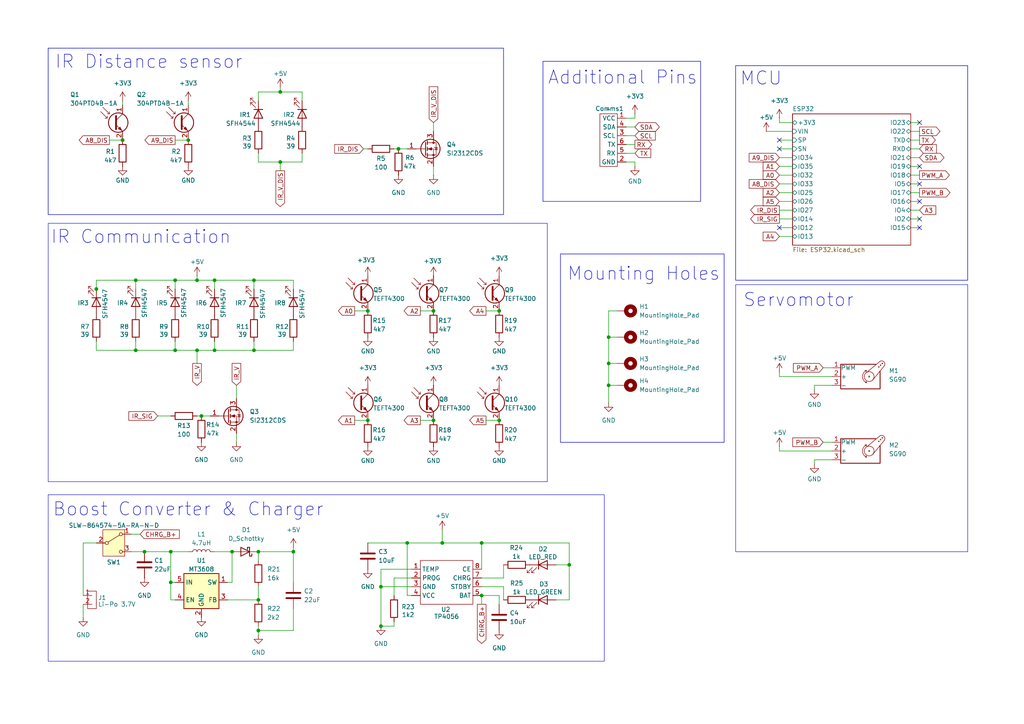
<source format=kicad_sch>
(kicad_sch (version 20231120) (generator "eeschema") (generator_version "8.0")
  (paper "A4")
  (lib_symbols
    (symbol "Device:C" (pin_numbers hide) (pin_names (offset 0.254))
      (property "Reference" "C" (at 0.635 2.54 0))
      (property "Value" "C" (at 0.635 -2.54 0))
      (symbol "C_1_1"
        (pin passive line (at 0 3.81 270) (length 2.794) (name "~") (number "1"))
        (pin passive line (at 0 -3.81 90) (length 2.794) (name "~") (number "2"))
      )
    )
    (symbol "Device:D_Schottky" (pin_numbers hide) (pin_names (offset 1.016) hide)
      (property "Reference" "D" (at 0 2.54 0))
      (property "Value" "D_Schottky" (at 0 -2.54 0))
      (symbol "D_Schottky_1_1"
        (pin passive line (at -3.81 0 0) (length 2.54) (name "K") (number "1"))
        (pin passive line (at 3.81 0 180) (length 2.54) (name "A") (number "2"))
      )
    )
    (symbol "Device:L" (pin_numbers hide) (pin_names (offset 1.016) hide)
      (property "Reference" "L" (at -1.27 0 90))
      (property "Value" "L" (at 1.905 0 90))
      (symbol "L_1_1"
        (pin passive line (at 0 3.81 270) (length 1.27) (name "1") (number "1"))
        (pin passive line (at 0 -3.81 90) (length 1.27) (name "2") (number "2"))
      )
    )
    (symbol "Device:LED" (pin_numbers hide) (pin_names (offset 1.016) hide)
      (property "Reference" "D" (at 0 2.54 0))
      (property "Value" "LED" (at 0 -2.54 0))
      (symbol "LED_1_1"
        (pin passive line (at -3.81 0 0) (length 2.54) (name "K") (number "1"))
        (pin passive line (at 3.81 0 180) (length 2.54) (name "A") (number "2"))
      )
    )
    (symbol "Device:Q_NMOS_GSD" (pin_names (offset 0) hide)
      (property "Reference" "Q" (at 5.08 1.27 0))
      (property "Value" "Q_NMOS_GSD" (at 5.08 -1.27 0))
      (symbol "Q_NMOS_GSD_1_1"
        (pin input line (at -5.08 0 0) (length 2.54) (name "G") (number "1"))
        (pin passive line (at 2.54 -5.08 90) (length 2.54) (name "S") (number "2"))
        (pin passive line (at 2.54 5.08 270) (length 2.54) (name "D") (number "3"))
      )
    )
    (symbol "Device:R" (pin_numbers hide) (pin_names (offset 0))
      (property "Reference" "R" (at 2.032 0 90))
      (property "Value" "R" (at 0 0 90))
      (symbol "R_1_1"
        (pin passive line (at 0 3.81 270) (length 1.27) (name "~") (number "1"))
        (pin passive line (at 0 -3.81 90) (length 1.27) (name "~") (number "2"))
      )
    )
    (symbol "Mechanical:MountingHole_Pad" (pin_numbers hide) (pin_names (offset 1.016) hide) (exclude_from_sim yes) (in_bom no)
      (property "Reference" "H" (at 0 6.35 0))
      (property "Value" "MountingHole_Pad" (at 0 4.445 0))
      (symbol "MountingHole_Pad_1_1"
        (pin input line (at 0 -2.54 90) (length 2.54) (name "1") (number "1"))
      )
    )
    (symbol "Motor:Motor_Servo" (pin_names (offset 0.0254))
      (property "Reference" "M" (at -5.08 4.445 0))
      (property "Value" "Motor_Servo" (at -5.08 -4.064 0))
      (symbol "Motor_Servo_1_1"
        (pin passive line (at -7.62 2.54 0) (length 2.54) (name "PWM") (number "1"))
        (pin passive line (at -7.62 0 0) (length 2.54) (name "+") (number "2"))
        (pin passive line (at -7.62 -2.54 0) (length 2.54) (name "-") (number "3"))
      )
    )
    (symbol "Personal:BattConn"
      (property "Reference" "J" (at 3.556 1.016 0))
      (symbol "BattConn_1_1"
        (pin power_out line (at -1.27 1.27 0) (length 2.54) (name "") (number "1"))
        (pin power_in line (at -1.27 -1.27 0) (length 2.54) (name "") (number "2"))
      )
    )
    (symbol "Personal:Comms"
      (property "Reference" "Comms1" (at 0.254 9.144 0))
      (property "Value" "~" (at 0 8.89 0))
      (symbol "Comms_1_1"
        (pin power_in line (at 5.08 6.35 180) (length 2.54) (name "VCC") (number "1"))
        (pin power_in line (at 5.08 -6.35 180) (length 2.54) (name "GND") (number "2"))
        (pin input line (at 5.08 1.27 180) (length 2.54) (name "SCL") (number "3"))
        (pin bidirectional line (at 5.08 3.81 180) (length 2.54) (name "SDA") (number "4"))
        (pin input line (at 5.08 -3.81 180) (length 2.54) (name "RX") (number "5"))
        (pin output line (at 5.08 -1.27 180) (length 2.54) (name "TX") (number "6"))
      )
    )
    (symbol "Personal:TP4056"
      (property "Reference" "TP4056" (at 0.254 7.62 0))
      (symbol "TP4056_1_1"
        (pin bidirectional line (at -10.16 3.81 0) (length 2.54) (name "TEMP") (number "1"))
        (pin bidirectional line (at -10.16 1.27 0) (length 2.54) (name "PROG") (number "2"))
        (pin power_in line (at -10.16 -1.27 0) (length 2.54) (name "GND") (number "3"))
        (pin power_in line (at -10.16 -3.81 0) (length 2.54) (name "VCC") (number "4"))
        (pin bidirectional line (at 10.16 -3.81 180) (length 2.54) (name "BAT") (number "5"))
        (pin bidirectional line (at 10.16 -1.27 180) (length 2.54) (name "STDBY") (number "6"))
        (pin bidirectional line (at 10.16 1.27 180) (length 2.54) (name "CHRG") (number "7"))
        (pin bidirectional line (at 10.16 3.81 180) (length 2.54) (name "CE") (number "8"))
      )
    )
    (symbol "Regulator_Switching:MT3608"
      (property "Reference" "U" (at -2.54 8.89 0))
      (property "Value" "MT3608" (at -3.81 6.35 0))
      (symbol "MT3608_1_1"
        (pin passive line (at 7.62 2.54 180) (length 2.54) (name "SW") (number "1"))
        (pin power_in line (at 0 -7.62 90) (length 2.54) (name "GND") (number "2"))
        (pin input line (at 7.62 -2.54 180) (length 2.54) (name "FB") (number "3"))
        (pin input line (at -7.62 -2.54 0) (length 2.54) (name "EN") (number "4"))
        (pin power_in line (at -7.62 2.54 0) (length 2.54) (name "IN") (number "5"))
        (pin no_connect line (at 5.08 0 180) (length 2.54) hide (name "NC") (number "6"))
      )
    )
    (symbol "Sensor_Optical:BPW40" (pin_names (offset 0) hide)
      (property "Reference" "Q" (at 5.08 1.27 0))
      (property "Value" "BPW40" (at 5.08 -1.27 0))
      (symbol "BPW40_1_1"
        (pin passive line (at 2.54 5.08 270) (length 2.54) (name "C") (number "1"))
        (pin passive line (at 2.54 -5.08 90) (length 2.54) (name "E") (number "2"))
      )
    )
    (symbol "Switch:SW_SPDT" (pin_names (offset 0) hide)
      (property "Reference" "SW" (at 0 5.08 0))
      (property "Value" "SW_SPDT" (at 0 -5.08 0))
      (symbol "SW_SPDT_1_1"
        (pin passive line (at 5.08 2.54 180) (length 2.54) (name "A") (number "1"))
        (pin passive line (at -5.08 0 0) (length 2.54) (name "B") (number "2"))
        (pin passive line (at 5.08 -2.54 180) (length 2.54) (name "C") (number "3"))
      )
    )
    (symbol "power:+3V3" (power) (pin_numbers hide) (pin_names (offset 0) hide)
      (property "Value" "+3V3" (at 0 3.556 0))
      (symbol "+3V3_1_1"
        (pin power_in line (at 0 0 90) (length 0) (name "~") (number "1"))
      )
    )
    (symbol "power:GND" (power) (pin_numbers hide) (pin_names (offset 0) hide)
      (property "Value" "GND" (at 0 -3.81 0))
      (symbol "GND_1_1"
        (pin power_in line (at 0 0 270) (length 0) (name "~") (number "1"))
      )
    )
    (symbol "power:VCC" (power) (pin_numbers hide) (pin_names (offset 0) hide)
      (property "Value" "VCC" (at 0 3.556 0))
      (symbol "VCC_1_1"
        (pin power_in line (at 0 0 90) (length 0) (name "~") (number "1"))
      )
    )
  )
  (junction (at 35.56 40.64))
  (junction (at 106.68 90.17))
  (junction (at 110.49 181.61))
  (junction (at 125.73 90.17))
  (junction (at 165.1 163.83))
  (junction (at 115.57 43.18))
  (junction (at 27.94 83.82))
  (junction (at 62.23 101.6))
  (junction (at 85.09 160.02))
  (junction (at 176.53 105.41))
  (junction (at 106.68 121.92))
  (junction (at 41.91 160.02))
  (junction (at 49.53 168.91))
  (junction (at 176.53 111.76))
  (junction (at 67.31 160.02))
  (junction (at 50.8 81.28))
  (junction (at 54.61 40.64))
  (junction (at 57.15 101.6))
  (junction (at 81.28 26.67))
  (junction (at 144.78 121.92))
  (junction (at 50.8 101.6))
  (junction (at 74.93 173.99))
  (junction (at 57.15 81.28))
  (junction (at 81.28 46.99))
  (junction (at 39.37 81.28))
  (junction (at 125.73 121.92))
  (junction (at 58.42 120.65))
  (junction (at 110.49 170.18))
  (junction (at 74.93 160.02))
  (junction (at 73.66 101.6))
  (junction (at 139.7 172.72))
  (junction (at 49.53 160.02))
  (junction (at 118.11 157.48))
  (junction (at 176.53 97.79))
  (junction (at 73.66 81.28))
  (junction (at 144.78 90.17))
  (junction (at 139.7 157.48))
  (junction (at 39.37 101.6))
  (junction (at 128.27 157.48))
  (junction (at 62.23 81.28))
  (junction (at 74.93 182.88))
  (no_connect (at 226.06 40.64))
  (no_connect (at 266.7 53.34))
  (no_connect (at 226.06 66.04))
  (no_connect (at 266.7 58.42))
  (no_connect (at 266.7 35.56))
  (no_connect (at 266.7 48.26))
  (no_connect (at 266.7 63.5))
  (no_connect (at 226.06 43.18))
  (no_connect (at 266.7 66.04))
  (wire (pts (xy 62.23 160.02) (xy 67.31 160.02)))
  (wire (pts (xy 181.61 41.91) (xy 184.15 41.91)))
  (wire (pts (xy 27.94 99.06) (xy 27.94 101.6)))
  (wire (pts (xy 74.93 29.21) (xy 74.93 26.67)))
  (wire (pts (xy 114.3 180.34) (xy 114.3 181.61)))
  (wire (pts (xy 226.06 40.64) (xy 229.87 40.64)))
  (wire (pts (xy 176.53 105.41) (xy 176.53 97.79)))
  (wire (pts (xy 85.09 81.28) (xy 85.09 83.82)))
  (wire (pts (xy 176.53 116.84) (xy 176.53 111.76)))
  (wire (pts (xy 74.93 160.02) (xy 85.09 160.02)))
  (wire (pts (xy 176.53 97.79) (xy 176.53 90.17)))
  (wire (pts (xy 57.15 120.65) (xy 58.42 120.65)))
  (wire (pts (xy 24.13 157.48) (xy 24.13 172.72)))
  (wire (pts (xy 226.06 48.26) (xy 229.87 48.26)))
  (wire (pts (xy 184.15 46.99) (xy 181.61 46.99)))
  (wire (pts (xy 140.97 121.92) (xy 144.78 121.92)))
  (wire (pts (xy 39.37 99.06) (xy 39.37 101.6)))
  (wire (pts (xy 264.16 58.42) (xy 266.7 58.42)))
  (wire (pts (xy 139.7 170.18) (xy 146.05 170.18)))
  (wire (pts (xy 62.23 81.28) (xy 62.23 83.82)))
  (wire (pts (xy 226.06 68.58) (xy 229.87 68.58)))
  (wire (pts (xy 125.73 48.26) (xy 125.73 50.8)))
  (wire (pts (xy 57.15 81.28) (xy 62.23 81.28)))
  (wire (pts (xy 226.06 53.34) (xy 229.87 53.34)))
  (wire (pts (xy 27.94 81.28) (xy 39.37 81.28)))
  (wire (pts (xy 176.53 105.41) (xy 179.07 105.41)))
  (wire (pts (xy 105.41 43.18) (xy 106.68 43.18)))
  (wire (pts (xy 50.8 99.06) (xy 50.8 101.6)))
  (wire (pts (xy 128.27 153.67) (xy 128.27 157.48)))
  (wire (pts (xy 114.3 167.64) (xy 119.38 167.64)))
  (wire (pts (xy 181.61 39.37) (xy 184.15 39.37)))
  (wire (pts (xy 81.28 26.67) (xy 87.63 26.67)))
  (wire (pts (xy 110.49 165.1) (xy 110.49 170.18)))
  (wire (pts (xy 58.42 120.65) (xy 60.96 120.65)))
  (wire (pts (xy 57.15 80.01) (xy 57.15 81.28)))
  (wire (pts (xy 125.73 35.56) (xy 125.73 38.1)))
  (wire (pts (xy 264.16 60.96) (xy 266.7 60.96)))
  (wire (pts (xy 102.87 90.17) (xy 106.68 90.17)))
  (wire (pts (xy 81.28 25.4) (xy 81.28 26.67)))
  (wire (pts (xy 264.16 55.88) (xy 266.7 55.88)))
  (wire (pts (xy 226.06 50.8) (xy 229.87 50.8)))
  (wire (pts (xy 121.92 90.17) (xy 125.73 90.17)))
  (wire (pts (xy 50.8 101.6) (xy 57.15 101.6)))
  (wire (pts (xy 45.72 120.65) (xy 49.53 120.65)))
  (wire (pts (xy 226.06 58.42) (xy 229.87 58.42)))
  (wire (pts (xy 165.1 163.83) (xy 165.1 157.48)))
  (wire (pts (xy 27.94 85.09) (xy 27.94 83.82)))
  (wire (pts (xy 85.09 176.53) (xy 85.09 182.88)))
  (wire (pts (xy 226.06 60.96) (xy 229.87 60.96)))
  (wire (pts (xy 115.57 43.18) (xy 118.11 43.18)))
  (wire (pts (xy 236.22 133.35) (xy 241.3 133.35)))
  (wire (pts (xy 50.8 81.28) (xy 50.8 83.82)))
  (wire (pts (xy 236.22 111.76) (xy 241.3 111.76)))
  (wire (pts (xy 119.38 165.1) (xy 110.49 165.1)))
  (wire (pts (xy 144.78 172.72) (xy 144.78 175.26)))
  (wire (pts (xy 74.93 170.18) (xy 74.93 173.99)))
  (wire (pts (xy 66.04 173.99) (xy 74.93 173.99)))
  (wire (pts (xy 139.7 157.48) (xy 128.27 157.48)))
  (wire (pts (xy 38.1 160.02) (xy 41.91 160.02)))
  (wire (pts (xy 54.61 160.02) (xy 49.53 160.02)))
  (wire (pts (xy 238.76 106.68) (xy 241.3 106.68)))
  (wire (pts (xy 41.91 160.02) (xy 49.53 160.02)))
  (wire (pts (xy 238.76 128.27) (xy 241.3 128.27)))
  (wire (pts (xy 68.58 111.76) (xy 68.58 115.57)))
  (wire (pts (xy 226.06 63.5) (xy 229.87 63.5)))
  (wire (pts (xy 264.16 63.5) (xy 266.7 63.5)))
  (wire (pts (xy 73.66 101.6) (xy 85.09 101.6)))
  (wire (pts (xy 27.94 101.6) (xy 39.37 101.6)))
  (wire (pts (xy 144.78 172.72) (xy 139.7 172.72)))
  (wire (pts (xy 73.66 81.28) (xy 73.66 83.82)))
  (wire (pts (xy 67.31 168.91) (xy 67.31 160.02)))
  (wire (pts (xy 102.87 121.92) (xy 106.68 121.92)))
  (wire (pts (xy 226.06 109.22) (xy 241.3 109.22)))
  (wire (pts (xy 57.15 101.6) (xy 62.23 101.6)))
  (wire (pts (xy 50.8 81.28) (xy 57.15 81.28)))
  (wire (pts (xy 264.16 40.64) (xy 266.7 40.64)))
  (wire (pts (xy 264.16 53.34) (xy 266.7 53.34)))
  (wire (pts (xy 184.15 48.26) (xy 184.15 46.99)))
  (wire (pts (xy 50.8 173.99) (xy 49.53 173.99)))
  (wire (pts (xy 68.58 125.73) (xy 68.58 128.27)))
  (wire (pts (xy 226.06 130.81) (xy 241.3 130.81)))
  (wire (pts (xy 74.93 182.88) (xy 74.93 184.15)))
  (wire (pts (xy 66.04 168.91) (xy 67.31 168.91)))
  (wire (pts (xy 57.15 101.6) (xy 57.15 105.41)))
  (wire (pts (xy 236.22 134.62) (xy 236.22 133.35)))
  (wire (pts (xy 50.8 40.64) (xy 54.61 40.64)))
  (wire (pts (xy 264.16 48.26) (xy 266.7 48.26)))
  (wire (pts (xy 27.94 83.82) (xy 27.94 81.28)))
  (wire (pts (xy 49.53 168.91) (xy 50.8 168.91)))
  (wire (pts (xy 24.13 175.26) (xy 24.13 179.07)))
  (wire (pts (xy 139.7 157.48) (xy 165.1 157.48)))
  (wire (pts (xy 264.16 45.72) (xy 266.7 45.72)))
  (wire (pts (xy 226.06 129.54) (xy 226.06 130.81)))
  (wire (pts (xy 121.92 121.92) (xy 125.73 121.92)))
  (wire (pts (xy 119.38 172.72) (xy 118.11 172.72)))
  (wire (pts (xy 176.53 111.76) (xy 176.53 105.41)))
  (wire (pts (xy 139.7 172.72) (xy 139.7 175.26)))
  (wire (pts (xy 49.53 160.02) (xy 49.53 168.91)))
  (wire (pts (xy 139.7 157.48) (xy 139.7 165.1)))
  (wire (pts (xy 87.63 26.67) (xy 87.63 29.21)))
  (wire (pts (xy 74.93 160.02) (xy 74.93 162.56)))
  (wire (pts (xy 146.05 170.18) (xy 146.05 173.99)))
  (wire (pts (xy 39.37 81.28) (xy 39.37 83.82)))
  (wire (pts (xy 118.11 172.72) (xy 118.11 157.48)))
  (wire (pts (xy 38.1 154.94) (xy 40.64 154.94)))
  (wire (pts (xy 176.53 111.76) (xy 179.07 111.76)))
  (wire (pts (xy 264.16 50.8) (xy 266.7 50.8)))
  (wire (pts (xy 81.28 46.99) (xy 81.28 49.53)))
  (wire (pts (xy 184.15 34.29) (xy 181.61 34.29)))
  (wire (pts (xy 62.23 99.06) (xy 62.23 101.6)))
  (wire (pts (xy 139.7 167.64) (xy 146.05 167.64)))
  (wire (pts (xy 54.61 29.21) (xy 54.61 30.48)))
  (wire (pts (xy 229.87 35.56) (xy 226.06 35.56)))
  (wire (pts (xy 74.93 181.61) (xy 74.93 182.88)))
  (wire (pts (xy 226.06 45.72) (xy 229.87 45.72)))
  (wire (pts (xy 31.75 40.64) (xy 35.56 40.64)))
  (wire (pts (xy 81.28 46.99) (xy 87.63 46.99)))
  (wire (pts (xy 264.16 43.18) (xy 266.7 43.18)))
  (wire (pts (xy 176.53 97.79) (xy 179.07 97.79)))
  (wire (pts (xy 226.06 107.95) (xy 226.06 109.22)))
  (wire (pts (xy 146.05 167.64) (xy 146.05 163.83)))
  (wire (pts (xy 62.23 81.28) (xy 73.66 81.28)))
  (wire (pts (xy 106.68 157.48) (xy 118.11 157.48)))
  (wire (pts (xy 110.49 170.18) (xy 119.38 170.18)))
  (wire (pts (xy 118.11 157.48) (xy 128.27 157.48)))
  (wire (pts (xy 74.93 182.88) (xy 85.09 182.88)))
  (wire (pts (xy 85.09 158.75) (xy 85.09 160.02)))
  (wire (pts (xy 73.66 99.06) (xy 73.66 101.6)))
  (wire (pts (xy 74.93 44.45) (xy 74.93 46.99)))
  (wire (pts (xy 165.1 163.83) (xy 161.29 163.83)))
  (wire (pts (xy 264.16 35.56) (xy 266.7 35.56)))
  (wire (pts (xy 85.09 160.02) (xy 85.09 168.91)))
  (wire (pts (xy 226.06 66.04) (xy 229.87 66.04)))
  (wire (pts (xy 181.61 44.45) (xy 184.15 44.45)))
  (wire (pts (xy 114.3 167.64) (xy 114.3 172.72)))
  (wire (pts (xy 85.09 99.06) (xy 85.09 101.6)))
  (wire (pts (xy 74.93 46.99) (xy 81.28 46.99)))
  (wire (pts (xy 62.23 101.6) (xy 73.66 101.6)))
  (wire (pts (xy 49.53 173.99) (xy 49.53 168.91)))
  (wire (pts (xy 264.16 38.1) (xy 266.7 38.1)))
  (wire (pts (xy 87.63 46.99) (xy 87.63 44.45)))
  (wire (pts (xy 110.49 181.61) (xy 114.3 181.61)))
  (wire (pts (xy 35.56 29.21) (xy 35.56 30.48)))
  (wire (pts (xy 73.66 81.28) (xy 85.09 81.28)))
  (wire (pts (xy 176.53 90.17) (xy 179.07 90.17)))
  (wire (pts (xy 165.1 173.99) (xy 165.1 163.83)))
  (wire (pts (xy 161.29 173.99) (xy 165.1 173.99)))
  (wire (pts (xy 264.16 66.04) (xy 266.7 66.04)))
  (wire (pts (xy 222.25 38.1) (xy 229.87 38.1)))
  (wire (pts (xy 39.37 101.6) (xy 50.8 101.6)))
  (wire (pts (xy 114.3 43.18) (xy 115.57 43.18)))
  (wire (pts (xy 226.06 43.18) (xy 229.87 43.18)))
  (wire (pts (xy 74.93 26.67) (xy 81.28 26.67)))
  (wire (pts (xy 226.06 55.88) (xy 229.87 55.88)))
  (wire (pts (xy 110.49 170.18) (xy 110.49 181.61)))
  (wire (pts (xy 184.15 33.02) (xy 184.15 34.29)))
  (wire (pts (xy 236.22 113.03) (xy 236.22 111.76)))
  (wire (pts (xy 226.06 35.56) (xy 226.06 34.29)))
  (wire (pts (xy 24.13 157.48) (xy 27.94 157.48)))
  (wire (pts (xy 184.15 36.83) (xy 181.61 36.83)))
  (wire (pts (xy 140.97 90.17) (xy 144.78 90.17)))
  (wire (pts (xy 39.37 81.28) (xy 50.8 81.28)))
  (rectangle (start 213.36 19.05) (end 280.67 81.28))
  (rectangle (start 13.97 64.77) (end 158.75 139.7) (stroke (width 0.127)))
  (rectangle (start 13.97 13.97) (end 146.05 62.23))
  (rectangle (start 13.97 143.51) (end 175.26 191.77) (stroke (width 0.127)))
  (rectangle (start 213.36 82.55) (end 280.67 160.02) (stroke (width 0.127)))
  (rectangle (start 162.56 73.66) (end 210.0272 128.2942))
  (rectangle (start 157.48 17.78) (end 203.2 58.42))
  (text "IR Distance sensor\n" (at 43.18 18.034 0) (effects (font (size 3.81 3.81))))
  (text "Additional Pins" (at 180.594 22.606 0) (effects (font (size 3.81 3.81))))
  (text "MCU" (at 220.726 22.86 0) (effects (font (size 3.81 3.81))))
  (text "Servomotor" (at 231.648 87.122 0) (effects (font (size 3.81 3.81))))
  (text "Mounting Holes\n" (at 186.69 79.502 0) (effects (font (size 3.81 3.81))))
  (text "Boost Converter & Charger" (at 54.61 147.828 0) (effects (font (size 3.81 3.81))))
  (text "IR Communication" (at 40.894 68.834 0) (effects (font (size 3.81 3.81))))
  (global_label "IR_V_DIS" (shape input) (at 125.73 35.56 90) (property "Intersheetrefs" "${INTERSHEET_REFS}" (effects (hide yes))))
  (global_label "A1" (shape output) (at 102.87 121.92 180) (property "Intersheetrefs" "${INTERSHEET_REFS}" (effects (hide yes))))
  (global_label "A3" (shape input) (at 266.7 60.96 0) (property "Intersheetrefs" "${INTERSHEET_REFS}" (effects (hide yes))))
  (global_label "SCL" (shape input) (at 184.15 39.37 0) (property "Intersheetrefs" "${INTERSHEET_REFS}" (effects (hide yes))))
  (global_label "A0" (shape output) (at 102.87 90.17 180) (property "Intersheetrefs" "${INTERSHEET_REFS}" (effects (hide yes))))
  (global_label "RX" (shape input) (at 266.7 43.18 0) (property "Intersheetrefs" "${INTERSHEET_REFS}" (effects (hide yes))))
  (global_label "SCL" (shape output) (at 266.7 38.1 0) (property "Intersheetrefs" "${INTERSHEET_REFS}" (effects (hide yes))))
  (global_label "A3" (shape output) (at 121.92 121.92 180) (property "Intersheetrefs" "${INTERSHEET_REFS}" (effects (hide yes))))
  (global_label "TX" (shape output) (at 266.7 40.64 0) (property "Intersheetrefs" "${INTERSHEET_REFS}" (effects (hide yes))))
  (global_label "IR_V_DIS" (shape output) (at 81.28 49.53 270) (property "Intersheetrefs" "${INTERSHEET_REFS}" (effects (hide yes))))
  (global_label "TX" (shape input) (at 184.15 44.45 0) (property "Intersheetrefs" "${INTERSHEET_REFS}" (effects (hide yes))))
  (global_label "IR_V" (shape input) (at 68.58 111.76 90) (property "Intersheetrefs" "${INTERSHEET_REFS}" (effects (hide yes))))
  (global_label "PWM_B" (shape output) (at 266.7 55.88 0) (property "Intersheetrefs" "${INTERSHEET_REFS}" (effects (hide yes))))
  (global_label "A8_DIS" (shape output) (at 31.75 40.64 180) (property "Intersheetrefs" "${INTERSHEET_REFS}" (effects (hide yes))))
  (global_label "A4" (shape input) (at 226.06 68.58 180) (property "Intersheetrefs" "${INTERSHEET_REFS}" (effects (hide yes))))
  (global_label "SDA" (shape bidirectional) (at 266.7 45.72 0) (property "Intersheetrefs" "${INTERSHEET_REFS}" (effects (hide yes))))
  (global_label "IR_DIS" (shape output) (at 226.06 60.96 180) (property "Intersheetrefs" "${INTERSHEET_REFS}" (effects (hide yes))))
  (global_label "A5" (shape input) (at 226.06 58.42 180) (property "Intersheetrefs" "${INTERSHEET_REFS}" (effects (hide yes))))
  (global_label "A1" (shape input) (at 226.06 48.26 180) (property "Intersheetrefs" "${INTERSHEET_REFS}" (effects (hide yes))))
  (global_label "A2" (shape output) (at 121.92 90.17 180) (property "Intersheetrefs" "${INTERSHEET_REFS}" (effects (hide yes))))
  (global_label "IR_SIG" (shape input) (at 45.72 120.65 180) (property "Intersheetrefs" "${INTERSHEET_REFS}" (effects (hide yes))))
  (global_label "SDA" (shape bidirectional) (at 184.15 36.83 0) (property "Intersheetrefs" "${INTERSHEET_REFS}" (effects (hide yes))))
  (global_label "A9_DIS" (shape output) (at 50.8 40.64 180) (property "Intersheetrefs" "${INTERSHEET_REFS}" (effects (hide yes))))
  (global_label "A8_DIS" (shape input) (at 226.06 53.34 180) (property "Intersheetrefs" "${INTERSHEET_REFS}" (effects (hide yes))))
  (global_label "IR_SIG" (shape output) (at 226.06 63.5 180) (property "Intersheetrefs" "${INTERSHEET_REFS}" (effects (hide yes))))
  (global_label "IR_DIS" (shape input) (at 105.41 43.18 180) (property "Intersheetrefs" "${INTERSHEET_REFS}" (effects (hide yes))))
  (global_label "PWM_B" (shape input) (at 238.76 128.27 180) (property "Intersheetrefs" "${INTERSHEET_REFS}" (effects (hide yes))))
  (global_label "RX" (shape output) (at 184.15 41.91 0) (property "Intersheetrefs" "${INTERSHEET_REFS}" (effects (hide yes))))
  (global_label "A0" (shape input) (at 226.06 50.8 180) (property "Intersheetrefs" "${INTERSHEET_REFS}" (effects (hide yes))))
  (global_label "CHRG_B+" (shape output) (at 139.7 175.26 270) (property "Intersheetrefs" "${INTERSHEET_REFS}" (effects (hide yes))))
  (global_label "A4" (shape output) (at 140.97 90.17 180) (property "Intersheetrefs" "${INTERSHEET_REFS}" (effects (hide yes))))
  (global_label "A9_DIS" (shape input) (at 226.06 45.72 180) (property "Intersheetrefs" "${INTERSHEET_REFS}" (effects (hide yes))))
  (global_label "A5" (shape output) (at 140.97 121.92 180) (property "Intersheetrefs" "${INTERSHEET_REFS}" (effects (hide yes))))
  (global_label "CHRG_B+" (shape input) (at 40.64 154.94 0) (property "Intersheetrefs" "${INTERSHEET_REFS}" (effects (hide yes))))
  (global_label "PWM_A" (shape input) (at 238.76 106.68 180) (property "Intersheetrefs" "${INTERSHEET_REFS}" (effects (hide yes))))
  (global_label "A2" (shape input) (at 226.06 55.88 180) (property "Intersheetrefs" "${INTERSHEET_REFS}" (effects (hide yes))))
  (global_label "PWM_A" (shape output) (at 266.7 50.8 0) (property "Intersheetrefs" "${INTERSHEET_REFS}" (effects (hide yes))))
  (global_label "IR_V" (shape output) (at 57.15 105.41 270) (property "Intersheetrefs" "${INTERSHEET_REFS}" (effects (hide yes))))
  (symbol (lib_id "power:GND") (at 24.13 179.07 0) (unit 1)
    (property "Reference" "#PWR01" (effects (hide yes)))
    (property "Value" "GND" (at 24.13 184.15 0))
    (property "Description" "Power symbol creates a global label with name \"GND\" , ground" (effects (hide yes)))
  )
  (symbol (lib_id "power:GND") (at 106.68 129.54 0) (unit 1)
    (property "Reference" "#PWR022" (effects (hide yes)))
    (property "Value" "GND" (at 106.68 133.604 0))
    (property "Description" "Power symbol creates a global label with name \"GND\" , ground" (effects (hide yes)))
  )
  (symbol (lib_id "Sensor_Optical:BPW40") (at 123.19 116.84 0) (unit 1)
    (property "Reference" "Q8" (at 127.254 115.824 0) (effects (justify left)))
    (property "Value" "TEFT4300" (at 127.254 118.364 0) (effects (justify left)))
    (property "Footprint" "LED_THT:LED_D1.8mm_W3.3mm_H2.4mm" (effects (hide yes)))
    (property "Datasheet" "https://www.rcscomponents.kiev.ua/datasheets/bpw40.pdf" (effects (hide yes)))
    (property "Description" "Phototransistor NPN" (effects (hide yes)))
  )
  (symbol (lib_id "Device:R") (at 50.8 95.25 180) (unit 1)
    (property "Reference" "R9" (at 47.498 94.742 0))
    (property "Value" "39" (at 47.498 97.028 0))
    (property "Footprint" "Resistor_SMD:R_0603_1608Metric_Pad0.98x0.95mm_HandSolder" (effects (hide yes)))
    (property "Description" "Resistor" (effects (hide yes)))
  )
  (symbol (lib_id "Device:C") (at 41.91 163.83 0) (unit 1)
    (property "Reference" "C1" (at 44.704 162.56 0) (effects (justify left)))
    (property "Value" "22uF" (at 44.704 165.1 0) (effects (justify left)))
    (property "Footprint" "Capacitor_SMD:C_1210_3225Metric_Pad1.33x2.70mm_HandSolder" (effects (hide yes)))
    (property "Description" "Unpolarized capacitor" (effects (hide yes)))
  )
  (symbol (lib_id "Mechanical:MountingHole_Pad") (at 181.61 111.76 270) (unit 1) (exclude_from_sim yes) (in_bom no)
    (property "Reference" "H4" (at 185.42 110.4899 90) (effects (justify left)))
    (property "Value" "MountingHole_Pad" (at 185.42 113.0299 90) (effects (justify left)))
    (property "Footprint" "MountingHole:MountingHole_2.2mm_M2_Pad" (effects (hide yes)))
    (property "Description" "Mounting Hole with connection" (effects (hide yes)))
  )
  (symbol (lib_id "Device:R") (at 149.86 173.99 90) (unit 1)
    (property "Reference" "R25" (at 149.86 169.164 90))
    (property "Value" "1k" (at 149.86 171.704 90))
    (property "Footprint" "Resistor_SMD:R_0603_1608Metric_Pad0.98x0.95mm_HandSolder" (effects (hide yes)))
    (property "Description" "Resistor" (effects (hide yes)))
  )
  (symbol (lib_id "Device:C") (at 144.78 179.07 0) (unit 1)
    (property "Reference" "C4" (at 147.828 177.8 0) (effects (justify left)))
    (property "Value" "10uF" (at 147.828 180.34 0) (effects (justify left)))
    (property "Footprint" "Capacitor_SMD:C_1210_3225Metric_Pad1.33x2.70mm_HandSolder" (effects (hide yes)))
    (property "Description" "Unpolarized capacitor" (effects (hide yes)))
  )
  (symbol (lib_id "Device:LED") (at 74.93 33.02 270) (unit 1)
    (property "Reference" "IR1" (at 71.12 33.274 90))
    (property "Value" "SFH4544" (at 69.85 35.814 90))
    (property "Footprint" "LED_THT:LED_D1.8mm_W3.3mm_H2.4mm" (effects (hide yes)))
    (property "Description" "Light emitting diode" (effects (hide yes)))
  )
  (symbol (lib_id "power:GND") (at 125.73 129.54 0) (unit 1)
    (property "Reference" "#PWR027" (effects (hide yes)))
    (property "Value" "GND" (at 125.73 133.604 0))
    (property "Description" "Power symbol creates a global label with name \"GND\" , ground" (effects (hide yes)))
  )
  (symbol (lib_id "power:GND") (at 115.57 50.8 0) (unit 1)
    (property "Reference" "#PWR016" (effects (hide yes)))
    (property "Value" "GND" (at 115.57 55.88 0))
    (property "Description" "Power symbol creates a global label with name \"GND\" , ground" (effects (hide yes)))
  )
  (symbol (lib_id "power:VCC") (at 57.15 80.01 0) (unit 1)
    (property "Reference" "#PWR07" (effects (hide yes)))
    (property "Value" "+5V" (at 57.15 75.946 0))
    (property "Description" "Power symbol creates a global label with name \"VCC\"" (effects (hide yes)))
  )
  (symbol (lib_id "power:GND") (at 236.22 113.03 0) (unit 1)
    (property "Reference" "#PWR036" (effects (hide yes)))
    (property "Value" "GND" (at 234.188 117.348 0) (effects (justify left)))
    (property "Description" "Power symbol creates a global label with name \"GND\" , ground" (effects (hide yes)))
  )
  (symbol (lib_id "Device:R") (at 74.93 40.64 180) (unit 1)
    (property "Reference" "R3" (at 71.628 40.132 0))
    (property "Value" "39" (at 71.628 42.418 0))
    (property "Footprint" "Resistor_SMD:R_0603_1608Metric_Pad0.98x0.95mm_HandSolder" (effects (hide yes)))
    (property "Description" "Resistor" (effects (hide yes)))
  )
  (symbol (lib_id "Mechanical:MountingHole_Pad") (at 181.61 105.41 270) (unit 1) (exclude_from_sim yes) (in_bom no)
    (property "Reference" "H3" (at 185.42 104.1399 90) (effects (justify left)))
    (property "Value" "MountingHole_Pad" (at 185.42 106.6799 90) (effects (justify left)))
    (property "Footprint" "MountingHole:MountingHole_2.2mm_M2_Pad" (effects (hide yes)))
    (property "Description" "Mounting Hole with connection" (effects (hide yes)))
  )
  (symbol (lib_id "Device:R") (at 54.61 44.45 180) (unit 1)
    (property "Reference" "R2" (at 51.054 43.942 0))
    (property "Value" "4k7" (at 51.054 46.482 0))
    (property "Footprint" "Resistor_SMD:R_0603_1608Metric_Pad0.98x0.95mm_HandSolder" (effects (hide yes)))
    (property "Description" "Resistor" (effects (hide yes)))
  )
  (symbol (lib_id "Mechanical:MountingHole_Pad") (at 181.61 90.17 270) (unit 1) (exclude_from_sim yes) (in_bom no)
    (property "Reference" "H1" (at 185.42 88.8999 90) (effects (justify left)))
    (property "Value" "MountingHole_Pad" (at 185.42 91.4399 90) (effects (justify left)))
    (property "Footprint" "MountingHole:MountingHole_2.2mm_M2_Pad" (effects (hide yes)))
    (property "Description" "Mounting Hole with connection" (effects (hide yes)))
  )
  (symbol (lib_id "Device:R") (at 58.42 124.46 180) (unit 1)
    (property "Reference" "R14" (at 61.722 123.19 0))
    (property "Value" "47k" (at 61.722 125.73 0))
    (property "Footprint" "Resistor_SMD:R_0603_1608Metric_Pad0.98x0.95mm_HandSolder" (effects (hide yes)))
    (property "Description" "Resistor" (effects (hide yes)))
  )
  (symbol (lib_id "Device:R") (at 114.3 176.53 180) (unit 1)
    (property "Reference" "R23" (at 118.364 176.022 0))
    (property "Value" "1k2" (at 118.364 178.308 0))
    (property "Footprint" "Resistor_SMD:R_0603_1608Metric_Pad0.98x0.95mm_HandSolder" (effects (hide yes)))
    (property "Description" "Resistor" (effects (hide yes)))
  )
  (symbol (lib_id "Device:R") (at 53.34 120.65 90) (unit 1)
    (property "Reference" "R13" (at 53.34 123.444 90))
    (property "Value" "100" (at 53.34 125.984 90))
    (property "Footprint" "Resistor_SMD:R_0603_1608Metric_Pad0.98x0.95mm_HandSolder" (effects (hide yes)))
    (property "Description" "Resistor" (effects (hide yes)))
  )
  (symbol (lib_id "Device:R") (at 73.66 95.25 180) (unit 1)
    (property "Reference" "R11" (at 70.358 94.742 0))
    (property "Value" "39" (at 70.358 97.028 0))
    (property "Footprint" "Resistor_SMD:R_0603_1608Metric_Pad0.98x0.95mm_HandSolder" (effects (hide yes)))
    (property "Description" "Resistor" (effects (hide yes)))
  )
  (symbol (lib_id "Device:D_Schottky") (at 71.12 160.02 180) (unit 1)
    (property "Reference" "D1" (at 71.4375 153.67 0))
    (property "Value" "D_Schottky" (at 71.4375 156.21 0))
    (property "Footprint" "Diode_SMD:D_SMC" (effects (hide yes)))
    (property "Description" "Schottky diode" (effects (hide yes)))
  )
  (symbol (lib_id "power:+3V3") (at 125.73 111.76 0) (unit 1)
    (property "Reference" "#PWR028" (effects (hide yes)))
    (property "Value" "+3V3" (at 125.73 106.68 0))
    (property "Description" "Power symbol creates a global label with name \"+3V3\"" (effects (hide yes)))
  )
  (symbol (lib_id "Sensor_Optical:BPW40") (at 104.14 116.84 0) (unit 1)
    (property "Reference" "Q6" (at 108.204 115.824 0) (effects (justify left)))
    (property "Value" "TEFT4300" (at 108.204 118.364 0) (effects (justify left)))
    (property "Footprint" "LED_THT:LED_D1.8mm_W3.3mm_H2.4mm" (effects (hide yes)))
    (property "Datasheet" "https://www.rcscomponents.kiev.ua/datasheets/bpw40.pdf" (effects (hide yes)))
    (property "Description" "Phototransistor NPN" (effects (hide yes)))
  )
  (symbol (lib_id "power:VCC") (at 222.25 38.1 0) (unit 1)
    (property "Reference" "#PWR067" (effects (hide yes)))
    (property "Value" "+5V" (at 222.25 34.036 0))
    (property "Description" "Power symbol creates a global label with name \"VCC\"" (effects (hide yes)))
  )
  (symbol (lib_id "power:VCC") (at 226.06 107.95 0) (unit 1)
    (property "Reference" "#PWR034" (effects (hide yes)))
    (property "Value" "+5V" (at 226.06 103.886 0))
    (property "Description" "Power symbol creates a global label with name \"VCC\"" (effects (hide yes)))
  )
  (symbol (lib_id "Device:LED") (at 62.23 87.63 270) (unit 1)
    (property "Reference" "IR6" (at 58.42 87.884 90))
    (property "Value" "SFH4547" (at 64.77 87.884 0))
    (property "Footprint" "LED_THT:LED_D1.8mm_W3.3mm_H2.4mm" (effects (hide yes)))
    (property "Description" "Light emitting diode" (effects (hide yes)))
  )
  (symbol (lib_id "power:GND") (at 68.58 128.27 0) (unit 1)
    (property "Reference" "#PWR010" (effects (hide yes)))
    (property "Value" "GND" (at 68.58 133.35 0))
    (property "Description" "Power symbol creates a global label with name \"GND\" , ground" (effects (hide yes)))
  )
  (symbol (lib_id "Device:LED") (at 85.09 87.63 270) (unit 1)
    (property "Reference" "IR8" (at 81.28 87.884 90))
    (property "Value" "SFH4547" (at 87.63 88.138 0))
    (property "Footprint" "LED_THT:LED_D1.8mm_W3.3mm_H2.4mm" (effects (hide yes)))
    (property "Description" "Light emitting diode" (effects (hide yes)))
  )
  (symbol (lib_id "power:GND") (at 144.78 129.54 0) (unit 1)
    (property "Reference" "#PWR031" (effects (hide yes)))
    (property "Value" "GND" (at 144.78 133.604 0))
    (property "Description" "Power symbol creates a global label with name \"GND\" , ground" (effects (hide yes)))
  )
  (symbol (lib_id "Device:C") (at 85.09 172.72 0) (unit 1)
    (property "Reference" "C2" (at 88.138 171.45 0) (effects (justify left)))
    (property "Value" "22uF" (at 88.138 173.99 0) (effects (justify left)))
    (property "Footprint" "Capacitor_SMD:C_1210_3225Metric_Pad1.33x2.70mm_HandSolder" (effects (hide yes)))
    (property "Description" "Unpolarized capacitor" (effects (hide yes)))
  )
  (symbol (lib_id "Motor:Motor_Servo") (at 248.92 109.22 0) (unit 1)
    (property "Reference" "M1" (at 257.81 107.5165 0) (effects (justify left)))
    (property "Value" "SG90" (at 257.81 110.0565 0) (effects (justify left)))
    (property "Footprint" "Connector_PinHeader_2.54mm:PinHeader_1x03_P2.54mm_Vertical" (effects (hide yes)))
    (property "Datasheet" "http://forums.parallax.com/uploads/attachments/46831/74481.png" (effects (hide yes)))
    (property "Description" "Servo Motor (Futaba, HiTec, JR connector)" (effects (hide yes)))
  )
  (symbol (lib_id "power:GND") (at 41.91 167.64 0) (unit 1)
    (property "Reference" "#PWR04" (effects (hide yes)))
    (property "Value" "GND" (at 41.91 172.72 0))
    (property "Description" "Power symbol creates a global label with name \"GND\" , ground" (effects (hide yes)))
  )
  (symbol (lib_id "power:+3V3") (at 54.61 29.21 0) (unit 1)
    (property "Reference" "#PWR05" (effects (hide yes)))
    (property "Value" "+3V3" (at 54.61 24.13 0))
    (property "Description" "Power symbol creates a global label with name \"+3V3\"" (effects (hide yes)))
  )
  (symbol (lib_id "Device:R") (at 106.68 125.73 180) (unit 1)
    (property "Reference" "R16" (at 109.982 124.714 0))
    (property "Value" "4k7" (at 109.982 127.254 0))
    (property "Footprint" "Resistor_SMD:R_0603_1608Metric_Pad0.98x0.95mm_HandSolder" (effects (hide yes)))
    (property "Description" "Resistor" (effects (hide yes)))
  )
  (symbol (lib_id "power:GND") (at 106.68 97.79 0) (unit 1)
    (property "Reference" "#PWR020" (effects (hide yes)))
    (property "Value" "GND" (at 106.68 101.854 0))
    (property "Description" "Power symbol creates a global label with name \"GND\" , ground" (effects (hide yes)))
  )
  (symbol (lib_id "power:VCC") (at 81.28 25.4 0) (unit 1)
    (property "Reference" "#PWR012" (effects (hide yes)))
    (property "Value" "+5V" (at 81.28 21.336 0))
    (property "Description" "Power symbol creates a global label with name \"VCC\"" (effects (hide yes)))
  )
  (symbol (lib_id "Sensor_Optical:BPW40") (at 142.24 85.09 0) (unit 1)
    (property "Reference" "Q9" (at 146.304 84.074 0) (effects (justify left)))
    (property "Value" "TEFT4300" (at 146.304 86.614 0) (effects (justify left)))
    (property "Footprint" "LED_THT:LED_D1.8mm_W3.3mm_H2.4mm" (effects (hide yes)))
    (property "Datasheet" "https://www.rcscomponents.kiev.ua/datasheets/bpw40.pdf" (effects (hide yes)))
    (property "Description" "Phototransistor NPN" (effects (hide yes)))
  )
  (symbol (lib_id "Sensor_Optical:BPW40") (at 33.02 35.56 0) (unit 1)
    (property "Reference" "Q1" (at 20.32 27.432 0) (effects (justify left)))
    (property "Value" "304PTD4B-1A" (at 20.32 29.972 0) (effects (justify left)))
    (property "Footprint" "LED_THT:LED_D1.8mm_W3.3mm_H2.4mm" (effects (hide yes)))
    (property "Datasheet" "https://www.rcscomponents.kiev.ua/datasheets/bpw40.pdf" (effects (hide yes)))
    (property "Description" "Phototransistor NPN" (effects (hide yes)))
  )
  (symbol (lib_id "power:+3V3") (at 125.73 80.01 0) (unit 1)
    (property "Reference" "#PWR021" (effects (hide yes)))
    (property "Value" "+3V3" (at 125.476 75.692 0))
    (property "Description" "Power symbol creates a global label with name \"+3V3\"" (effects (hide yes)))
  )
  (symbol (lib_id "Device:R") (at 144.78 93.98 180) (unit 1)
    (property "Reference" "R19" (at 148.082 92.964 0))
    (property "Value" "4k7" (at 148.082 95.504 0))
    (property "Footprint" "Resistor_SMD:R_0603_1608Metric_Pad0.98x0.95mm_HandSolder" (effects (hide yes)))
    (property "Description" "Resistor" (effects (hide yes)))
  )
  (symbol (lib_id "Personal:BattConn") (at 25.4 173.99 0) (unit 1)
    (property "Reference" "J1" (at 28.448 173.3549 0) (effects (justify left)))
    (property "Value" "Li-Po 3.7V" (at 28.448 175.26 0) (effects (justify left)))
    (property "Footprint" "Connector_JST:JST_PH_S2B-PH-SM4-TB_1x02-1MP_P2.00mm_Horizontal" (effects (hide yes)))
  )
  (symbol (lib_id "Device:Q_NMOS_GSD") (at 66.04 120.65 0) (unit 1)
    (property "Reference" "Q3" (at 72.39 119.3799 0) (effects (justify left)))
    (property "Value" "SI2312CDS" (at 72.39 121.9199 0) (effects (justify left)))
    (property "Footprint" "Package_TO_SOT_SMD:SOT-23" (effects (hide yes)))
    (property "Description" "N-MOSFET transistor, gate/source/drain" (effects (hide yes)))
  )
  (symbol (lib_id "Device:LED") (at 87.63 33.02 270) (unit 1)
    (property "Reference" "IR2" (at 83.82 33.274 90))
    (property "Value" "SFH4544" (at 82.804 35.814 90))
    (property "Footprint" "LED_THT:LED_D1.8mm_W3.3mm_H2.4mm" (effects (hide yes)))
    (property "Description" "Light emitting diode" (effects (hide yes)))
  )
  (symbol (lib_id "Sensor_Optical:BPW40") (at 142.24 116.84 0) (unit 1)
    (property "Reference" "Q10" (at 146.304 115.824 0) (effects (justify left)))
    (property "Value" "TEFT4300" (at 146.304 118.364 0) (effects (justify left)))
    (property "Footprint" "LED_THT:LED_D1.8mm_W3.3mm_H2.4mm" (effects (hide yes)))
    (property "Datasheet" "https://www.rcscomponents.kiev.ua/datasheets/bpw40.pdf" (effects (hide yes)))
    (property "Description" "Phototransistor NPN" (effects (hide yes)))
  )
  (symbol (lib_id "Device:R") (at 125.73 125.73 180) (unit 1)
    (property "Reference" "R18" (at 129.032 124.714 0))
    (property "Value" "4k7" (at 129.032 127.254 0))
    (property "Footprint" "Resistor_SMD:R_0603_1608Metric_Pad0.98x0.95mm_HandSolder" (effects (hide yes)))
    (property "Description" "Resistor" (effects (hide yes)))
  )
  (symbol (lib_id "Device:R") (at 62.23 95.25 180) (unit 1)
    (property "Reference" "R10" (at 58.928 94.742 0))
    (property "Value" "39" (at 58.928 97.028 0))
    (property "Footprint" "Resistor_SMD:R_0603_1608Metric_Pad0.98x0.95mm_HandSolder" (effects (hide yes)))
    (property "Description" "Resistor" (effects (hide yes)))
  )
  (symbol (lib_id "power:VCC") (at 85.09 158.75 0) (unit 1)
    (property "Reference" "#PWR013" (effects (hide yes)))
    (property "Value" "+5V" (at 85.09 153.67 0))
    (property "Description" "Power symbol creates a global label with name \"VCC\"" (effects (hide yes)))
  )
  (symbol (lib_id "power:GND") (at 58.42 128.27 0) (unit 1)
    (property "Reference" "#PWR08" (effects (hide yes)))
    (property "Value" "GND" (at 58.42 133.35 0))
    (property "Description" "Power symbol creates a global label with name \"GND\" , ground" (effects (hide yes)))
  )
  (symbol (lib_id "power:GND") (at 144.78 182.88 0) (unit 1)
    (property "Reference" "#PWR023" (effects (hide yes)))
    (property "Value" "GND" (at 144.78 187.96 0))
    (property "Description" "Power symbol creates a global label with name \"GND\" , ground" (effects (hide yes)))
  )
  (symbol (lib_id "Device:R") (at 85.09 95.25 180) (unit 1)
    (property "Reference" "R12" (at 81.788 94.742 0))
    (property "Value" "39" (at 81.788 97.028 0))
    (property "Footprint" "Resistor_SMD:R_0603_1608Metric_Pad0.98x0.95mm_HandSolder" (effects (hide yes)))
    (property "Description" "Resistor" (effects (hide yes)))
  )
  (symbol (lib_id "Device:R") (at 87.63 40.64 180) (unit 1)
    (property "Reference" "R4" (at 84.328 40.132 0))
    (property "Value" "39" (at 84.328 42.418 0))
    (property "Footprint" "Resistor_SMD:R_0603_1608Metric_Pad0.98x0.95mm_HandSolder" (effects (hide yes)))
    (property "Description" "Resistor" (effects (hide yes)))
  )
  (symbol (lib_id "power:GND") (at 236.22 134.62 0) (unit 1)
    (property "Reference" "#PWR037" (effects (hide yes)))
    (property "Value" "GND" (at 234.188 138.938 0) (effects (justify left)))
    (property "Description" "Power symbol creates a global label with name \"GND\" , ground" (effects (hide yes)))
  )
  (symbol (lib_id "power:GND") (at 74.93 184.15 0) (unit 1)
    (property "Reference" "#PWR011" (effects (hide yes)))
    (property "Value" "GND" (at 74.93 189.23 0))
    (property "Description" "Power symbol creates a global label with name \"GND\" , ground" (effects (hide yes)))
  )
  (symbol (lib_id "power:+3V3") (at 106.68 80.01 0) (unit 1)
    (property "Reference" "#PWR019" (effects (hide yes)))
    (property "Value" "+3V3" (at 106.172 75.438 0))
    (property "Description" "Power symbol creates a global label with name \"+3V3\"" (effects (hide yes)))
  )
  (symbol (lib_id "power:GND") (at 110.49 181.61 0) (unit 1)
    (property "Reference" "#PWR015" (effects (hide yes)))
    (property "Value" "GND" (at 110.49 186.69 0))
    (property "Description" "Power symbol creates a global label with name \"GND\" , ground" (effects (hide yes)))
  )
  (symbol (lib_id "Device:R") (at 35.56 44.45 180) (unit 1)
    (property "Reference" "R1" (at 32.004 43.942 0))
    (property "Value" "4k7" (at 32.004 46.482 0))
    (property "Footprint" "Resistor_SMD:R_0603_1608Metric_Pad0.98x0.95mm_HandSolder" (effects (hide yes)))
    (property "Description" "Resistor" (effects (hide yes)))
  )
  (symbol (lib_id "power:GND") (at 176.53 116.84 0) (unit 1)
    (property "Reference" "#PWR068" (effects (hide yes)))
    (property "Value" "GND" (at 176.53 121.92 0))
    (property "Description" "Power symbol creates a global label with name \"GND\" , ground" (effects (hide yes)))
  )
  (symbol (lib_id "Device:LED") (at 157.48 163.83 0) (unit 1)
    (property "Reference" "D2" (at 157.48 159.258 0))
    (property "Value" "LED_RED" (at 157.48 161.544 0))
    (property "Footprint" "LED_SMD:LED_0603_1608Metric_Pad1.05x0.95mm_HandSolder" (effects (hide yes)))
    (property "Description" "Light emitting diode" (effects (hide yes)))
  )
  (symbol (lib_id "power:VCC") (at 128.27 153.67 0) (unit 1)
    (property "Reference" "#PWR018" (effects (hide yes)))
    (property "Value" "+5V" (at 128.27 149.606 0))
    (property "Description" "Power symbol creates a global label with name \"VCC\"" (effects (hide yes)))
  )
  (symbol (lib_id "Device:R") (at 74.93 166.37 0) (unit 1)
    (property "Reference" "R21" (at 77.47 165.0999 0) (effects (justify left)))
    (property "Value" "16k" (at 77.47 167.6399 0) (effects (justify left)))
    (property "Footprint" "Resistor_SMD:R_0603_1608Metric_Pad0.98x0.95mm_HandSolder" (effects (hide yes)))
    (property "Description" "Resistor" (effects (hide yes)))
  )
  (symbol (lib_id "power:GND") (at 144.78 97.79 0) (unit 1)
    (property "Reference" "#PWR029" (effects (hide yes)))
    (property "Value" "GND" (at 144.78 101.854 0))
    (property "Description" "Power symbol creates a global label with name \"GND\" , ground" (effects (hide yes)))
  )
  (symbol (lib_id "Device:R") (at 110.49 43.18 90) (unit 1)
    (property "Reference" "R5" (at 110.49 45.974 90))
    (property "Value" "100" (at 110.49 48.514 90))
    (property "Footprint" "Resistor_SMD:R_0603_1608Metric_Pad0.98x0.95mm_HandSolder" (effects (hide yes)))
    (property "Description" "Resistor" (effects (hide yes)))
  )
  (symbol (lib_id "Device:Q_NMOS_GSD") (at 123.19 43.18 0) (unit 1)
    (property "Reference" "Q4" (at 129.54 41.9099 0) (effects (justify left)))
    (property "Value" "SI2312CDS" (at 129.54 44.4499 0) (effects (justify left)))
    (property "Footprint" "Package_TO_SOT_SMD:SOT-23" (effects (hide yes)))
    (property "Description" "N-MOSFET transistor, gate/source/drain" (effects (hide yes)))
  )
  (symbol (lib_id "Sensor_Optical:BPW40") (at 104.14 85.09 0) (unit 1)
    (property "Reference" "Q5" (at 108.204 84.074 0) (effects (justify left)))
    (property "Value" "TEFT4300" (at 108.204 86.614 0) (effects (justify left)))
    (property "Footprint" "LED_THT:LED_D1.8mm_W3.3mm_H2.4mm" (effects (hide yes)))
    (property "Datasheet" "https://www.rcscomponents.kiev.ua/datasheets/bpw40.pdf" (effects (hide yes)))
    (property "Description" "Phototransistor NPN" (effects (hide yes)))
  )
  (symbol (lib_id "power:+3V3") (at 144.78 80.01 0) (unit 1)
    (property "Reference" "#PWR024" (effects (hide yes)))
    (property "Value" "+3V3" (at 144.78 74.93 0))
    (property "Description" "Power symbol creates a global label with name \"+3V3\"" (effects (hide yes)))
  )
  (symbol (lib_id "power:+3V3") (at 144.78 111.76 0) (unit 1)
    (property "Reference" "#PWR030" (effects (hide yes)))
    (property "Value" "+3V3" (at 144.78 106.68 0))
    (property "Description" "Power symbol creates a global label with name \"+3V3\"" (effects (hide yes)))
  )
  (symbol (lib_id "Device:R") (at 39.37 95.25 180) (unit 1)
    (property "Reference" "R8" (at 36.068 94.742 0))
    (property "Value" "39" (at 36.068 97.028 0))
    (property "Footprint" "Resistor_SMD:R_0603_1608Metric_Pad0.98x0.95mm_HandSolder" (effects (hide yes)))
    (property "Description" "Resistor" (effects (hide yes)))
  )
  (symbol (lib_id "power:+3V3") (at 35.56 29.21 0) (unit 1)
    (property "Reference" "#PWR02" (effects (hide yes)))
    (property "Value" "+3V3" (at 35.56 24.13 0))
    (property "Description" "Power symbol creates a global label with name \"+3V3\"" (effects (hide yes)))
  )
  (symbol (lib_id "Device:R") (at 27.94 95.25 180) (unit 1)
    (property "Reference" "R7" (at 24.638 94.742 0))
    (property "Value" "39" (at 24.638 97.028 0))
    (property "Footprint" "Resistor_SMD:R_0603_1608Metric_Pad0.98x0.95mm_HandSolder" (effects (hide yes)))
    (property "Description" "Resistor" (effects (hide yes)))
  )
  (symbol (lib_id "Device:R") (at 144.78 125.73 180) (unit 1)
    (property "Reference" "R20" (at 148.082 124.714 0))
    (property "Value" "4k7" (at 148.082 127.254 0))
    (property "Footprint" "Resistor_SMD:R_0603_1608Metric_Pad0.98x0.95mm_HandSolder" (effects (hide yes)))
    (property "Description" "Resistor" (effects (hide yes)))
  )
  (symbol (lib_id "Device:LED") (at 27.94 87.63 270) (unit 1)
    (property "Reference" "IR3" (at 24.13 87.884 90))
    (property "Value" "SFH4547" (at 30.48 88.138 0))
    (property "Footprint" "LED_THT:LED_D1.8mm_W3.3mm_H2.4mm" (effects (hide yes)))
    (property "Description" "Light emitting diode" (effects (hide yes)))
  )
  (symbol (lib_id "power:+3V3") (at 106.68 111.76 0) (unit 1)
    (property "Reference" "#PWR026" (effects (hide yes)))
    (property "Value" "+3V3" (at 106.68 106.68 0))
    (property "Description" "Power symbol creates a global label with name \"+3V3\"" (effects (hide yes)))
  )
  (symbol (lib_id "Device:R") (at 125.73 93.98 180) (unit 1)
    (property "Reference" "R17" (at 129.032 92.964 0))
    (property "Value" "4k7" (at 129.032 95.504 0))
    (property "Footprint" "Resistor_SMD:R_0603_1608Metric_Pad0.98x0.95mm_HandSolder" (effects (hide yes)))
    (property "Description" "Resistor" (effects (hide yes)))
  )
  (symbol (lib_id "Personal:TP4056") (at 129.54 168.91 0) (unit 1)
    (property "Reference" "U2" (at 129.286 176.784 0))
    (property "Value" "TP4056" (at 129.54 178.816 0))
    (property "Footprint" "Package_SO:SOP-8_3.9x4.9mm_P1.27mm" (effects (hide yes)))
    (property "Datasheet" "https://eu.mouser.com/datasheet/2/830/TP4056-2487427.pdf" (effects (hide yes)))
    (property "Description" "Charging module for Li-Ion/Li-Po" (effects (hide yes)))
  )
  (symbol (lib_id "power:GND") (at 106.68 165.1 0) (unit 1)
    (property "Reference" "#PWR014" (effects (hide yes)))
    (property "Value" "GND" (at 106.68 170.18 0))
    (property "Description" "Power symbol creates a global label with name \"GND\" , ground" (effects (hide yes)))
  )
  (symbol (lib_id "power:GND") (at 54.61 48.26 0) (unit 1)
    (property "Reference" "#PWR06" (effects (hide yes)))
    (property "Value" "GND" (at 54.61 52.324 0))
    (property "Description" "Power symbol creates a global label with name \"GND\" , ground" (effects (hide yes)))
  )
  (symbol (lib_id "power:GND") (at 58.42 179.07 0) (unit 1)
    (property "Reference" "#PWR09" (effects (hide yes)))
    (property "Value" "GND" (at 58.42 184.15 0))
    (property "Description" "Power symbol creates a global label with name \"GND\" , ground" (effects (hide yes)))
  )
  (symbol (lib_id "Device:LED") (at 73.66 87.63 270) (unit 1)
    (property "Reference" "IR7" (at 69.85 87.884 90))
    (property "Value" "SFH4547" (at 76.2 88.138 0))
    (property "Footprint" "LED_THT:LED_D1.8mm_W3.3mm_H2.4mm" (effects (hide yes)))
    (property "Description" "Light emitting diode" (effects (hide yes)))
  )
  (symbol (lib_id "Device:LED") (at 157.48 173.99 0) (unit 1)
    (property "Reference" "D3" (at 157.734 169.418 0))
    (property "Value" "LED_GREEN" (at 157.734 171.704 0))
    (property "Footprint" "LED_SMD:LED_0603_1608Metric_Pad1.05x0.95mm_HandSolder" (effects (hide yes)))
    (property "Description" "Light emitting diode" (effects (hide yes)))
  )
  (symbol (lib_id "Sensor_Optical:BPW40") (at 52.07 35.56 0) (unit 1)
    (property "Reference" "Q2" (at 39.624 27.432 0) (effects (justify left)))
    (property "Value" "304PTD4B-1A" (at 39.624 29.972 0) (effects (justify left)))
    (property "Footprint" "LED_THT:LED_D1.8mm_W3.3mm_H2.4mm" (effects (hide yes)))
    (property "Datasheet" "https://www.rcscomponents.kiev.ua/datasheets/bpw40.pdf" (effects (hide yes)))
    (property "Description" "Phototransistor NPN" (effects (hide yes)))
  )
  (symbol (lib_id "power:VCC") (at 226.06 129.54 0) (unit 1)
    (property "Reference" "#PWR035" (effects (hide yes)))
    (property "Value" "+5V" (at 226.06 125.476 0))
    (property "Description" "Power symbol creates a global label with name \"VCC\"" (effects (hide yes)))
  )
  (symbol (lib_id "Device:LED") (at 39.37 87.63 270) (unit 1)
    (property "Reference" "IR4" (at 35.56 87.884 90))
    (property "Value" "SFH4547" (at 41.91 87.884 0))
    (property "Footprint" "LED_THT:LED_D1.8mm_W3.3mm_H2.4mm" (effects (hide yes)))
    (property "Description" "Light emitting diode" (effects (hide yes)))
  )
  (symbol (lib_id "Personal:Comms") (at 176.53 40.64 0) (unit 1)
    (property "Reference" "Comms1" (at 176.784 31.496 0))
    (property "Value" "~" (at 176.53 31.75 0))
    (property "Footprint" "Connector_PinHeader_2.54mm:PinHeader_2x03_P2.54mm_Vertical" (effects (hide yes)))
  )
  (symbol (lib_id "Device:C") (at 106.68 161.29 0) (unit 1)
    (property "Reference" "C3" (at 109.728 160.02 0) (effects (justify left)))
    (property "Value" "10uF" (at 109.728 162.56 0) (effects (justify left)))
    (property "Footprint" "Capacitor_SMD:C_1210_3225Metric_Pad1.33x2.70mm_HandSolder" (effects (hide yes)))
    (property "Description" "Unpolarized capacitor" (effects (hide yes)))
  )
  (symbol (lib_id "power:GND") (at 125.73 50.8 0) (unit 1)
    (property "Reference" "#PWR017" (effects (hide yes)))
    (property "Value" "GND" (at 125.73 55.88 0))
    (property "Description" "Power symbol creates a global label with name \"GND\" , ground" (effects (hide yes)))
  )
  (symbol (lib_id "power:+3V3") (at 184.15 33.02 0) (unit 1)
    (property "Reference" "#PWR032" (effects (hide yes)))
    (property "Value" "+3V3" (at 184.15 27.94 0))
    (property "Description" "Power symbol creates a global label with name \"+3V3\"" (effects (hide yes)))
  )
  (symbol (lib_id "power:GND") (at 35.56 48.26 0) (unit 1)
    (property "Reference" "#PWR03" (effects (hide yes)))
    (property "Value" "GND" (at 35.56 52.324 0))
    (property "Description" "Power symbol creates a global label with name \"GND\" , ground" (effects (hide yes)))
  )
  (symbol (lib_id "Motor:Motor_Servo") (at 248.92 130.81 0) (unit 1)
    (property "Reference" "M2" (at 257.81 129.1065 0) (effects (justify left)))
    (property "Value" "SG90" (at 257.81 131.6465 0) (effects (justify left)))
    (property "Footprint" "Connector_PinHeader_2.54mm:PinHeader_1x03_P2.54mm_Vertical" (effects (hide yes)))
    (property "Datasheet" "http://forums.parallax.com/uploads/attachments/46831/74481.png" (effects (hide yes)))
    (property "Description" "Servo Motor (Futaba, HiTec, JR connector)" (effects (hide yes)))
  )
  (symbol (lib_id "Switch:SW_SPDT") (at 33.02 157.48 0) (unit 1)
    (property "Reference" "SW1" (at 33.02 163.068 0))
    (property "Value" "SLW-864574-5A-RA-N-D" (at 33.02 152.4 0))
    (property "Footprint" "Button_Switch_THT:SW_Slide_SPDT_Straight_CK_OS102011MS2Q" (effects (hide yes)))
    (property "Description" "Switch, single pole double throw" (effects (hide yes)))
  )
  (symbol (lib_id "Device:R") (at 106.68 93.98 180) (unit 1)
    (property "Reference" "R15" (at 109.982 92.964 0))
    (property "Value" "4k7" (at 109.982 95.504 0))
    (property "Footprint" "Resistor_SMD:R_0603_1608Metric_Pad0.98x0.95mm_HandSolder" (effects (hide yes)))
    (property "Description" "Resistor" (effects (hide yes)))
  )
  (symbol (lib_id "Regulator_Switching:MT3608") (at 58.42 171.45 0) (unit 1)
    (property "Reference" "U1" (at 58.42 162.56 0))
    (property "Value" "MT3608" (at 58.42 165.1 0))
    (property "Footprint" "Package_TO_SOT_SMD:SOT-23-6" (effects (hide yes)))
    (property "Datasheet" "https://www.olimex.com/Products/Breadboarding/BB-PWR-3608/resources/MT3608.pdf" (effects (hide yes)))
    (property "Description" "High Efficiency 1.2MHz 2A Step Up Converter, 2-24V Vin, 28V Vout, 4A current limit, 1.2MHz, SOT23-6" (effects (hide yes)))
  )
  (symbol (lib_id "power:+3V3") (at 226.06 34.29 0) (unit 1)
    (property "Reference" "#PWR048" (effects (hide yes)))
    (property "Value" "+3V3" (at 226.06 29.21 0))
    (property "Description" "Power symbol creates a global label with name \"+3V3\"" (effects (hide yes)))
  )
  (symbol (lib_id "Device:R") (at 74.93 177.8 0) (unit 1)
    (property "Reference" "R22" (at 77.47 176.5299 0) (effects (justify left)))
    (property "Value" "2k2" (at 77.47 179.0699 0) (effects (justify left)))
    (property "Footprint" "Resistor_SMD:R_0603_1608Metric_Pad0.98x0.95mm_HandSolder" (effects (hide yes)))
    (property "Description" "Resistor" (effects (hide yes)))
  )
  (symbol (lib_id "Mechanical:MountingHole_Pad") (at 181.61 97.79 270) (unit 1) (exclude_from_sim yes) (in_bom no)
    (property "Reference" "H2" (at 185.42 96.5199 90) (effects (justify left)))
    (property "Value" "MountingHole_Pad" (at 185.42 99.0599 90) (effects (justify left)))
    (property "Footprint" "MountingHole:MountingHole_2.2mm_M2_Pad" (effects (hide yes)))
    (property "Description" "Mounting Hole with connection" (effects (hide yes)))
  )
  (symbol (lib_id "Sensor_Optical:BPW40") (at 123.19 85.09 0) (unit 1)
    (property "Reference" "Q7" (at 127.254 84.074 0) (effects (justify left)))
    (property "Value" "TEFT4300" (at 127.254 86.614 0) (effects (justify left)))
    (property "Footprint" "LED_THT:LED_D1.8mm_W3.3mm_H2.4mm" (effects (hide yes)))
    (property "Datasheet" "https://www.rcscomponents.kiev.ua/datasheets/bpw40.pdf" (effects (hide yes)))
    (property "Description" "Phototransistor NPN" (effects (hide yes)))
  )
  (symbol (lib_id "power:GND") (at 125.73 97.79 0) (unit 1)
    (property "Reference" "#PWR025" (effects (hide yes)))
    (property "Value" "GND" (at 125.73 101.854 0))
    (property "Description" "Power symbol creates a global label with name \"GND\" , ground" (effects (hide yes)))
  )
  (symbol (lib_id "Device:R") (at 149.86 163.83 90) (unit 1)
    (property "Reference" "R24" (at 149.773 158.8858 90))
    (property "Value" "1k" (at 149.773 161.4258 90))
    (property "Footprint" "Resistor_SMD:R_0603_1608Metric_Pad0.98x0.95mm_HandSolder" (effects (hide yes)))
    (property "Description" "Resistor" (effects (hide yes)))
  )
  (symbol (lib_id "Device:L") (at 58.42 160.02 90) (unit 1)
    (property "Reference" "L1" (at 58.42 154.94 90))
    (property "Value" "4.7uH" (at 58.42 157.48 90))
    (property "Footprint" "Inductor_SMD:L_Chilisin_BMRx00060630" (effects (hide yes)))
    (property "Description" "Inductor" (effects (hide yes)))
  )
  (symbol (lib_id "Device:LED") (at 50.8 87.63 270) (unit 1)
    (property "Reference" "IR5" (at 46.99 87.884 90))
    (property "Value" "SFH4547" (at 53.34 87.884 0))
    (property "Footprint" "LED_THT:LED_D1.8mm_W3.3mm_H2.4mm" (effects (hide yes)))
    (property "Description" "Light emitting diode" (effects (hide yes)))
  )
  (symbol (lib_id "power:GND") (at 184.15 48.26 0) (unit 1)
    (property "Reference" "#PWR033" (effects (hide yes)))
    (property "Value" "GND" (at 182.118 52.578 0) (effects (justify left)))
    (property "Description" "Power symbol creates a global label with name \"GND\" , ground" (effects (hide yes)))
  )
  (symbol (lib_id "Device:R") (at 115.57 46.99 180) (unit 1)
    (property "Reference" "R6" (at 118.872 45.72 0))
    (property "Value" "47k" (at 118.872 48.26 0))
    (property "Footprint" "Resistor_SMD:R_0603_1608Metric_Pad0.98x0.95mm_HandSolder" (effects (hide yes)))
    (property "Description" "Resistor" (effects (hide yes)))
  )
  (sheet (at 229.87 33.02) (size 34.29 38.1) (stroke (width 0.1524))
    (property "Sheetname" "ESP32" (at 229.87 32.3084 0) (effects (justify left bottom)))
    (property "Sheetfile" "ESP32.kicad_sch" (at 229.87 71.7046 0) (effects (justify left top)))
    (pin "TXD" bidirectional (at 264.16 40.64 0))
    (pin "RXD" bidirectional (at 264.16 43.18 0))
    (pin "IO4" bidirectional (at 264.16 60.96 0))
    (pin "IO2" bidirectional (at 264.16 63.5 0))
    (pin "IO5" bidirectional (at 264.16 53.34 0))
    (pin "IO16" bidirectional (at 264.16 58.42 0))
    (pin "IO15" bidirectional (at 264.16 66.04 0))
    (pin "IO12" bidirectional (at 229.87 66.04 180))
    (pin "IO13" bidirectional (at 229.87 68.58 180))
    (pin "IO14" bidirectional (at 229.87 63.5 180))
    (pin "IO21" bidirectional (at 264.16 45.72 0))
    (pin "IO17" bidirectional (at 264.16 55.88 0))
    (pin "IO18" bidirectional (at 264.16 50.8 0))
    (pin "IO19" bidirectional (at 264.16 48.26 0))
    (pin "IO22" bidirectional (at 264.16 38.1 0))
    (pin "IO27" bidirectional (at 229.87 60.96 180))
    (pin "IO32" bidirectional (at 229.87 50.8 180))
    (pin "IO25" bidirectional (at 229.87 55.88 180))
    (pin "IO23" bidirectional (at 264.16 35.56 0))
    (pin "IO33" bidirectional (at 229.87 53.34 180))
    (pin "IO26" bidirectional (at 229.87 58.42 180))
    (pin "SP" input (at 229.87 40.64 180))
    (pin "SN" input (at 229.87 43.18 180))
    (pin "IO35" input (at 229.87 48.26 180))
    (pin "IO34" input (at 229.87 45.72 180))
    (pin "VIN" input (at 229.87 38.1 180))
    (pin "+3V3" bidirectional (at 229.87 35.56 180))
  )
)
</source>
